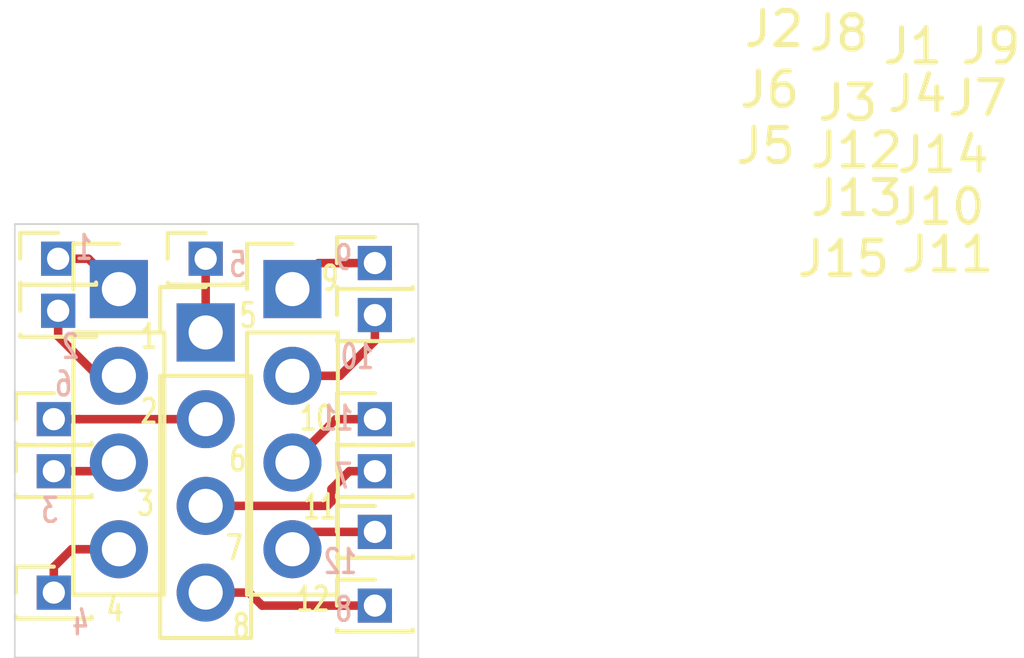
<source format=kicad_pcb>
(kicad_pcb (version 20171130) (host pcbnew "(5.1.5)-3")

  (general
    (thickness 1.6)
    (drawings 28)
    (tracks 32)
    (zones 0)
    (modules 15)
    (nets 13)
  )

  (page A4)
  (layers
    (0 F.Cu signal)
    (31 B.Cu signal)
    (32 B.Adhes user)
    (33 F.Adhes user)
    (34 B.Paste user)
    (35 F.Paste user)
    (36 B.SilkS user)
    (37 F.SilkS user)
    (38 B.Mask user)
    (39 F.Mask user)
    (40 Dwgs.User user)
    (41 Cmts.User user)
    (42 Eco1.User user)
    (43 Eco2.User user)
    (44 Edge.Cuts user)
    (45 Margin user)
    (46 B.CrtYd user)
    (47 F.CrtYd user)
    (48 B.Fab user)
    (49 F.Fab user hide)
  )

  (setup
    (last_trace_width 0.25)
    (trace_clearance 0.2)
    (zone_clearance 0.508)
    (zone_45_only no)
    (trace_min 0.2)
    (via_size 0.8)
    (via_drill 0.4)
    (via_min_size 0.4)
    (via_min_drill 0.3)
    (uvia_size 0.3)
    (uvia_drill 0.1)
    (uvias_allowed no)
    (uvia_min_size 0.2)
    (uvia_min_drill 0.1)
    (edge_width 0.05)
    (segment_width 0.2)
    (pcb_text_width 0.3)
    (pcb_text_size 1.5 1.5)
    (mod_edge_width 0.12)
    (mod_text_size 1 1)
    (mod_text_width 0.15)
    (pad_size 1.524 1.524)
    (pad_drill 0.762)
    (pad_to_mask_clearance 0.051)
    (solder_mask_min_width 0.25)
    (aux_axis_origin 0 0)
    (visible_elements 7FFFFFFF)
    (pcbplotparams
      (layerselection 0x010fc_ffffffff)
      (usegerberextensions false)
      (usegerberattributes false)
      (usegerberadvancedattributes false)
      (creategerberjobfile false)
      (excludeedgelayer true)
      (linewidth 0.100000)
      (plotframeref false)
      (viasonmask false)
      (mode 1)
      (useauxorigin false)
      (hpglpennumber 1)
      (hpglpenspeed 20)
      (hpglpendiameter 15.000000)
      (psnegative false)
      (psa4output false)
      (plotreference true)
      (plotvalue true)
      (plotinvisibletext false)
      (padsonsilk false)
      (subtractmaskfromsilk false)
      (outputformat 1)
      (mirror false)
      (drillshape 0)
      (scaleselection 1)
      (outputdirectory "GRB_R01/"))
  )

  (net 0 "")
  (net 1 "Net-(J1-Pad4)")
  (net 2 "Net-(J1-Pad3)")
  (net 3 "Net-(J1-Pad2)")
  (net 4 "Net-(J1-Pad1)")
  (net 5 "Net-(J11-Pad1)")
  (net 6 "Net-(J10-Pad1)")
  (net 7 "Net-(J2-Pad2)")
  (net 8 "Net-(J2-Pad1)")
  (net 9 "Net-(J15-Pad1)")
  (net 10 "Net-(J14-Pad1)")
  (net 11 "Net-(J13-Pad1)")
  (net 12 "Net-(J12-Pad1)")

  (net_class Default "This is the default net class."
    (clearance 0.2)
    (trace_width 0.25)
    (via_dia 0.8)
    (via_drill 0.4)
    (uvia_dia 0.3)
    (uvia_drill 0.1)
    (add_net "Net-(J1-Pad1)")
    (add_net "Net-(J1-Pad2)")
    (add_net "Net-(J1-Pad3)")
    (add_net "Net-(J1-Pad4)")
    (add_net "Net-(J10-Pad1)")
    (add_net "Net-(J11-Pad1)")
    (add_net "Net-(J12-Pad1)")
    (add_net "Net-(J13-Pad1)")
    (add_net "Net-(J14-Pad1)")
    (add_net "Net-(J15-Pad1)")
    (add_net "Net-(J2-Pad1)")
    (add_net "Net-(J2-Pad2)")
  )

  (module Connector_PinHeader_1.27mm:PinHeader_1x01_P1.27mm_Vertical (layer F.Cu) (tedit 59FED6E3) (tstamp 613C9CF9)
    (at 132.842 82.931)
    (descr "Through hole straight pin header, 1x01, 1.27mm pitch, single row")
    (tags "Through hole pin header THT 1x01 1.27mm single row")
    (path /613C5CCF)
    (fp_text reference J4 (at 25.146 -4.826) (layer F.SilkS)
      (effects (font (size 1 1) (thickness 0.15)))
    )
    (fp_text value Conn_01x01_Male (at 0 1.695) (layer F.Fab)
      (effects (font (size 1 1) (thickness 0.15)))
    )
    (fp_text user %R (at 0 0 90) (layer F.Fab)
      (effects (font (size 1 1) (thickness 0.15)))
    )
    (fp_line (start 1.55 -1.15) (end -1.55 -1.15) (layer F.CrtYd) (width 0.05))
    (fp_line (start 1.55 1.15) (end 1.55 -1.15) (layer F.CrtYd) (width 0.05))
    (fp_line (start -1.55 1.15) (end 1.55 1.15) (layer F.CrtYd) (width 0.05))
    (fp_line (start -1.55 -1.15) (end -1.55 1.15) (layer F.CrtYd) (width 0.05))
    (fp_line (start -1.11 -0.76) (end 0 -0.76) (layer F.SilkS) (width 0.12))
    (fp_line (start -1.11 0) (end -1.11 -0.76) (layer F.SilkS) (width 0.12))
    (fp_line (start 0.563471 0.76) (end 1.11 0.76) (layer F.SilkS) (width 0.12))
    (fp_line (start -1.11 0.76) (end -0.563471 0.76) (layer F.SilkS) (width 0.12))
    (fp_line (start 1.11 0.76) (end 1.11 0.695) (layer F.SilkS) (width 0.12))
    (fp_line (start -1.11 0.76) (end -1.11 0.695) (layer F.SilkS) (width 0.12))
    (fp_line (start -1.11 0.76) (end 1.11 0.76) (layer F.SilkS) (width 0.12))
    (fp_line (start -1.05 -0.11) (end -0.525 -0.635) (layer F.Fab) (width 0.1))
    (fp_line (start -1.05 0.635) (end -1.05 -0.11) (layer F.Fab) (width 0.1))
    (fp_line (start 1.05 0.635) (end -1.05 0.635) (layer F.Fab) (width 0.1))
    (fp_line (start 1.05 -0.635) (end 1.05 0.635) (layer F.Fab) (width 0.1))
    (fp_line (start -0.525 -0.635) (end 1.05 -0.635) (layer F.Fab) (width 0.1))
    (pad 1 thru_hole rect (at 0 0) (size 1 1) (drill 0.65) (layers *.Cu *.Mask)
      (net 4 "Net-(J1-Pad1)"))
    (model ${KISYS3DMOD}/Connector_PinHeader_1.27mm.3dshapes/PinHeader_1x01_P1.27mm_Vertical.wrl
      (at (xyz 0 0 0))
      (scale (xyz 1 1 1))
      (rotate (xyz 0 0 0))
    )
  )

  (module Connector_PinHeader_1.27mm:PinHeader_1x01_P1.27mm_Vertical (layer F.Cu) (tedit 59FED6E3) (tstamp 613C9505)
    (at 142.113 90.932)
    (descr "Through hole straight pin header, 1x01, 1.27mm pitch, single row")
    (tags "Through hole pin header THT 1x01 1.27mm single row")
    (path /613CE2CF)
    (fp_text reference J15 (at 13.716 -8.001) (layer F.SilkS)
      (effects (font (size 1 1) (thickness 0.15)))
    )
    (fp_text value Conn_01x01_Male (at 0 1.695) (layer F.Fab)
      (effects (font (size 1 1) (thickness 0.15)))
    )
    (fp_text user %R (at 0 0 90) (layer F.Fab)
      (effects (font (size 1 1) (thickness 0.15)))
    )
    (fp_line (start 1.55 -1.15) (end -1.55 -1.15) (layer F.CrtYd) (width 0.05))
    (fp_line (start 1.55 1.15) (end 1.55 -1.15) (layer F.CrtYd) (width 0.05))
    (fp_line (start -1.55 1.15) (end 1.55 1.15) (layer F.CrtYd) (width 0.05))
    (fp_line (start -1.55 -1.15) (end -1.55 1.15) (layer F.CrtYd) (width 0.05))
    (fp_line (start -1.11 -0.76) (end 0 -0.76) (layer F.SilkS) (width 0.12))
    (fp_line (start -1.11 0) (end -1.11 -0.76) (layer F.SilkS) (width 0.12))
    (fp_line (start 0.563471 0.76) (end 1.11 0.76) (layer F.SilkS) (width 0.12))
    (fp_line (start -1.11 0.76) (end -0.563471 0.76) (layer F.SilkS) (width 0.12))
    (fp_line (start 1.11 0.76) (end 1.11 0.695) (layer F.SilkS) (width 0.12))
    (fp_line (start -1.11 0.76) (end -1.11 0.695) (layer F.SilkS) (width 0.12))
    (fp_line (start -1.11 0.76) (end 1.11 0.76) (layer F.SilkS) (width 0.12))
    (fp_line (start -1.05 -0.11) (end -0.525 -0.635) (layer F.Fab) (width 0.1))
    (fp_line (start -1.05 0.635) (end -1.05 -0.11) (layer F.Fab) (width 0.1))
    (fp_line (start 1.05 0.635) (end -1.05 0.635) (layer F.Fab) (width 0.1))
    (fp_line (start 1.05 -0.635) (end 1.05 0.635) (layer F.Fab) (width 0.1))
    (fp_line (start -0.525 -0.635) (end 1.05 -0.635) (layer F.Fab) (width 0.1))
    (pad 1 thru_hole rect (at 0 0) (size 1 1) (drill 0.65) (layers *.Cu *.Mask)
      (net 9 "Net-(J15-Pad1)"))
    (model ${KISYS3DMOD}/Connector_PinHeader_1.27mm.3dshapes/PinHeader_1x01_P1.27mm_Vertical.wrl
      (at (xyz 0 0 0))
      (scale (xyz 1 1 1))
      (rotate (xyz 0 0 0))
    )
  )

  (module Connector_PinHeader_1.27mm:PinHeader_1x01_P1.27mm_Vertical (layer F.Cu) (tedit 59FED6E3) (tstamp 613C94EF)
    (at 142.113 87.63)
    (descr "Through hole straight pin header, 1x01, 1.27mm pitch, single row")
    (tags "Through hole pin header THT 1x01 1.27mm single row")
    (path /613CE2C9)
    (fp_text reference J14 (at 16.637 -7.747) (layer F.SilkS)
      (effects (font (size 1 1) (thickness 0.15)))
    )
    (fp_text value Conn_01x01_Male (at 0 1.695) (layer F.Fab)
      (effects (font (size 1 1) (thickness 0.15)))
    )
    (fp_text user %R (at 0 0 90) (layer F.Fab)
      (effects (font (size 1 1) (thickness 0.15)))
    )
    (fp_line (start 1.55 -1.15) (end -1.55 -1.15) (layer F.CrtYd) (width 0.05))
    (fp_line (start 1.55 1.15) (end 1.55 -1.15) (layer F.CrtYd) (width 0.05))
    (fp_line (start -1.55 1.15) (end 1.55 1.15) (layer F.CrtYd) (width 0.05))
    (fp_line (start -1.55 -1.15) (end -1.55 1.15) (layer F.CrtYd) (width 0.05))
    (fp_line (start -1.11 -0.76) (end 0 -0.76) (layer F.SilkS) (width 0.12))
    (fp_line (start -1.11 0) (end -1.11 -0.76) (layer F.SilkS) (width 0.12))
    (fp_line (start 0.563471 0.76) (end 1.11 0.76) (layer F.SilkS) (width 0.12))
    (fp_line (start -1.11 0.76) (end -0.563471 0.76) (layer F.SilkS) (width 0.12))
    (fp_line (start 1.11 0.76) (end 1.11 0.695) (layer F.SilkS) (width 0.12))
    (fp_line (start -1.11 0.76) (end -1.11 0.695) (layer F.SilkS) (width 0.12))
    (fp_line (start -1.11 0.76) (end 1.11 0.76) (layer F.SilkS) (width 0.12))
    (fp_line (start -1.05 -0.11) (end -0.525 -0.635) (layer F.Fab) (width 0.1))
    (fp_line (start -1.05 0.635) (end -1.05 -0.11) (layer F.Fab) (width 0.1))
    (fp_line (start 1.05 0.635) (end -1.05 0.635) (layer F.Fab) (width 0.1))
    (fp_line (start 1.05 -0.635) (end 1.05 0.635) (layer F.Fab) (width 0.1))
    (fp_line (start -0.525 -0.635) (end 1.05 -0.635) (layer F.Fab) (width 0.1))
    (pad 1 thru_hole rect (at 0 0) (size 1 1) (drill 0.65) (layers *.Cu *.Mask)
      (net 10 "Net-(J14-Pad1)"))
    (model ${KISYS3DMOD}/Connector_PinHeader_1.27mm.3dshapes/PinHeader_1x01_P1.27mm_Vertical.wrl
      (at (xyz 0 0 0))
      (scale (xyz 1 1 1))
      (rotate (xyz 0 0 0))
    )
  )

  (module Connector_PinHeader_1.27mm:PinHeader_1x01_P1.27mm_Vertical (layer F.Cu) (tedit 59FED6E3) (tstamp 613C94D9)
    (at 142.113 84.582)
    (descr "Through hole straight pin header, 1x01, 1.27mm pitch, single row")
    (tags "Through hole pin header THT 1x01 1.27mm single row")
    (path /613CE2C3)
    (fp_text reference J13 (at 14.097 -3.429) (layer F.SilkS)
      (effects (font (size 1 1) (thickness 0.15)))
    )
    (fp_text value Conn_01x01_Male (at 20.193 16.002) (layer F.Fab)
      (effects (font (size 1 1) (thickness 0.15)))
    )
    (fp_text user %R (at 0 0 90) (layer F.Fab)
      (effects (font (size 1 1) (thickness 0.15)))
    )
    (fp_line (start 1.55 -1.15) (end -1.55 -1.15) (layer F.CrtYd) (width 0.05))
    (fp_line (start 1.55 1.15) (end 1.55 -1.15) (layer F.CrtYd) (width 0.05))
    (fp_line (start -1.55 1.15) (end 1.55 1.15) (layer F.CrtYd) (width 0.05))
    (fp_line (start -1.55 -1.15) (end -1.55 1.15) (layer F.CrtYd) (width 0.05))
    (fp_line (start -1.11 -0.76) (end 0 -0.76) (layer F.SilkS) (width 0.12))
    (fp_line (start -1.11 0) (end -1.11 -0.76) (layer F.SilkS) (width 0.12))
    (fp_line (start 0.563471 0.76) (end 1.11 0.76) (layer F.SilkS) (width 0.12))
    (fp_line (start -1.11 0.76) (end -0.563471 0.76) (layer F.SilkS) (width 0.12))
    (fp_line (start 1.11 0.76) (end 1.11 0.695) (layer F.SilkS) (width 0.12))
    (fp_line (start -1.11 0.76) (end -1.11 0.695) (layer F.SilkS) (width 0.12))
    (fp_line (start -1.11 0.76) (end 1.11 0.76) (layer F.SilkS) (width 0.12))
    (fp_line (start -1.05 -0.11) (end -0.525 -0.635) (layer F.Fab) (width 0.1))
    (fp_line (start -1.05 0.635) (end -1.05 -0.11) (layer F.Fab) (width 0.1))
    (fp_line (start 1.05 0.635) (end -1.05 0.635) (layer F.Fab) (width 0.1))
    (fp_line (start 1.05 -0.635) (end 1.05 0.635) (layer F.Fab) (width 0.1))
    (fp_line (start -0.525 -0.635) (end 1.05 -0.635) (layer F.Fab) (width 0.1))
    (pad 1 thru_hole rect (at 0 0) (size 1 1) (drill 0.65) (layers *.Cu *.Mask)
      (net 11 "Net-(J13-Pad1)"))
    (model ${KISYS3DMOD}/Connector_PinHeader_1.27mm.3dshapes/PinHeader_1x01_P1.27mm_Vertical.wrl
      (at (xyz 0 0 0))
      (scale (xyz 1 1 1))
      (rotate (xyz 0 0 0))
    )
  )

  (module Connector_PinHeader_1.27mm:PinHeader_1x01_P1.27mm_Vertical (layer F.Cu) (tedit 59FED6E3) (tstamp 613C94C3)
    (at 142.113 83.058)
    (descr "Through hole straight pin header, 1x01, 1.27mm pitch, single row")
    (tags "Through hole pin header THT 1x01 1.27mm single row")
    (path /613CE2BD)
    (fp_text reference J12 (at 14.097 -3.302) (layer F.SilkS)
      (effects (font (size 1 1) (thickness 0.15)))
    )
    (fp_text value Conn_01x01_Male (at 20.193 15.494) (layer F.Fab)
      (effects (font (size 1 1) (thickness 0.15)))
    )
    (fp_text user %R (at 0 0 90) (layer F.Fab)
      (effects (font (size 1 1) (thickness 0.15)))
    )
    (fp_line (start 1.55 -1.15) (end -1.55 -1.15) (layer F.CrtYd) (width 0.05))
    (fp_line (start 1.55 1.15) (end 1.55 -1.15) (layer F.CrtYd) (width 0.05))
    (fp_line (start -1.55 1.15) (end 1.55 1.15) (layer F.CrtYd) (width 0.05))
    (fp_line (start -1.55 -1.15) (end -1.55 1.15) (layer F.CrtYd) (width 0.05))
    (fp_line (start -1.11 -0.76) (end 0 -0.76) (layer F.SilkS) (width 0.12))
    (fp_line (start -1.11 0) (end -1.11 -0.76) (layer F.SilkS) (width 0.12))
    (fp_line (start 0.563471 0.76) (end 1.11 0.76) (layer F.SilkS) (width 0.12))
    (fp_line (start -1.11 0.76) (end -0.563471 0.76) (layer F.SilkS) (width 0.12))
    (fp_line (start 1.11 0.76) (end 1.11 0.695) (layer F.SilkS) (width 0.12))
    (fp_line (start -1.11 0.76) (end -1.11 0.695) (layer F.SilkS) (width 0.12))
    (fp_line (start -1.11 0.76) (end 1.11 0.76) (layer F.SilkS) (width 0.12))
    (fp_line (start -1.05 -0.11) (end -0.525 -0.635) (layer F.Fab) (width 0.1))
    (fp_line (start -1.05 0.635) (end -1.05 -0.11) (layer F.Fab) (width 0.1))
    (fp_line (start 1.05 0.635) (end -1.05 0.635) (layer F.Fab) (width 0.1))
    (fp_line (start 1.05 -0.635) (end 1.05 0.635) (layer F.Fab) (width 0.1))
    (fp_line (start -0.525 -0.635) (end 1.05 -0.635) (layer F.Fab) (width 0.1))
    (pad 1 thru_hole rect (at 0 0) (size 1 1) (drill 0.65) (layers *.Cu *.Mask)
      (net 12 "Net-(J12-Pad1)"))
    (model ${KISYS3DMOD}/Connector_PinHeader_1.27mm.3dshapes/PinHeader_1x01_P1.27mm_Vertical.wrl
      (at (xyz 0 0 0))
      (scale (xyz 1 1 1))
      (rotate (xyz 0 0 0))
    )
  )

  (module Connector_PinHeader_1.27mm:PinHeader_1x01_P1.27mm_Vertical (layer F.Cu) (tedit 59FED6E3) (tstamp 613C99FD)
    (at 142.113 93.091)
    (descr "Through hole straight pin header, 1x01, 1.27mm pitch, single row")
    (tags "Through hole pin header THT 1x01 1.27mm single row")
    (path /613CD953)
    (fp_text reference J11 (at 16.764 -10.287) (layer F.SilkS)
      (effects (font (size 1 1) (thickness 0.15)))
    )
    (fp_text value Conn_01x01_Male (at 0 1.695) (layer F.Fab)
      (effects (font (size 1 1) (thickness 0.15)))
    )
    (fp_text user %R (at 0 0 90) (layer F.Fab)
      (effects (font (size 1 1) (thickness 0.15)))
    )
    (fp_line (start 1.55 -1.15) (end -1.55 -1.15) (layer F.CrtYd) (width 0.05))
    (fp_line (start 1.55 1.15) (end 1.55 -1.15) (layer F.CrtYd) (width 0.05))
    (fp_line (start -1.55 1.15) (end 1.55 1.15) (layer F.CrtYd) (width 0.05))
    (fp_line (start -1.55 -1.15) (end -1.55 1.15) (layer F.CrtYd) (width 0.05))
    (fp_line (start -1.11 -0.76) (end 0 -0.76) (layer F.SilkS) (width 0.12))
    (fp_line (start -1.11 0) (end -1.11 -0.76) (layer F.SilkS) (width 0.12))
    (fp_line (start 0.563471 0.76) (end 1.11 0.76) (layer F.SilkS) (width 0.12))
    (fp_line (start -1.11 0.76) (end -0.563471 0.76) (layer F.SilkS) (width 0.12))
    (fp_line (start 1.11 0.76) (end 1.11 0.695) (layer F.SilkS) (width 0.12))
    (fp_line (start -1.11 0.76) (end -1.11 0.695) (layer F.SilkS) (width 0.12))
    (fp_line (start -1.11 0.76) (end 1.11 0.76) (layer F.SilkS) (width 0.12))
    (fp_line (start -1.05 -0.11) (end -0.525 -0.635) (layer F.Fab) (width 0.1))
    (fp_line (start -1.05 0.635) (end -1.05 -0.11) (layer F.Fab) (width 0.1))
    (fp_line (start 1.05 0.635) (end -1.05 0.635) (layer F.Fab) (width 0.1))
    (fp_line (start 1.05 -0.635) (end 1.05 0.635) (layer F.Fab) (width 0.1))
    (fp_line (start -0.525 -0.635) (end 1.05 -0.635) (layer F.Fab) (width 0.1))
    (pad 1 thru_hole rect (at 0 0) (size 1 1) (drill 0.65) (layers *.Cu *.Mask)
      (net 5 "Net-(J11-Pad1)"))
    (model ${KISYS3DMOD}/Connector_PinHeader_1.27mm.3dshapes/PinHeader_1x01_P1.27mm_Vertical.wrl
      (at (xyz 0 0 0))
      (scale (xyz 1 1 1))
      (rotate (xyz 0 0 0))
    )
  )

  (module Connector_PinHeader_1.27mm:PinHeader_1x01_P1.27mm_Vertical (layer F.Cu) (tedit 59FED6E3) (tstamp 613C9497)
    (at 142.113 89.154)
    (descr "Through hole straight pin header, 1x01, 1.27mm pitch, single row")
    (tags "Through hole pin header THT 1x01 1.27mm single row")
    (path /613CD94D)
    (fp_text reference J10 (at 16.51 -7.747) (layer F.SilkS)
      (effects (font (size 1 1) (thickness 0.15)))
    )
    (fp_text value Conn_01x01_Male (at 0 1.695) (layer F.Fab)
      (effects (font (size 1 1) (thickness 0.15)))
    )
    (fp_text user %R (at 0 0 90) (layer F.Fab)
      (effects (font (size 1 1) (thickness 0.15)))
    )
    (fp_line (start 1.55 -1.15) (end -1.55 -1.15) (layer F.CrtYd) (width 0.05))
    (fp_line (start 1.55 1.15) (end 1.55 -1.15) (layer F.CrtYd) (width 0.05))
    (fp_line (start -1.55 1.15) (end 1.55 1.15) (layer F.CrtYd) (width 0.05))
    (fp_line (start -1.55 -1.15) (end -1.55 1.15) (layer F.CrtYd) (width 0.05))
    (fp_line (start -1.11 -0.76) (end 0 -0.76) (layer F.SilkS) (width 0.12))
    (fp_line (start -1.11 0) (end -1.11 -0.76) (layer F.SilkS) (width 0.12))
    (fp_line (start 0.563471 0.76) (end 1.11 0.76) (layer F.SilkS) (width 0.12))
    (fp_line (start -1.11 0.76) (end -0.563471 0.76) (layer F.SilkS) (width 0.12))
    (fp_line (start 1.11 0.76) (end 1.11 0.695) (layer F.SilkS) (width 0.12))
    (fp_line (start -1.11 0.76) (end -1.11 0.695) (layer F.SilkS) (width 0.12))
    (fp_line (start -1.11 0.76) (end 1.11 0.76) (layer F.SilkS) (width 0.12))
    (fp_line (start -1.05 -0.11) (end -0.525 -0.635) (layer F.Fab) (width 0.1))
    (fp_line (start -1.05 0.635) (end -1.05 -0.11) (layer F.Fab) (width 0.1))
    (fp_line (start 1.05 0.635) (end -1.05 0.635) (layer F.Fab) (width 0.1))
    (fp_line (start 1.05 -0.635) (end 1.05 0.635) (layer F.Fab) (width 0.1))
    (fp_line (start -0.525 -0.635) (end 1.05 -0.635) (layer F.Fab) (width 0.1))
    (pad 1 thru_hole rect (at 0 0) (size 1 1) (drill 0.65) (layers *.Cu *.Mask)
      (net 6 "Net-(J10-Pad1)"))
    (model ${KISYS3DMOD}/Connector_PinHeader_1.27mm.3dshapes/PinHeader_1x01_P1.27mm_Vertical.wrl
      (at (xyz 0 0 0))
      (scale (xyz 1 1 1))
      (rotate (xyz 0 0 0))
    )
  )

  (module Connector_PinHeader_1.27mm:PinHeader_1x01_P1.27mm_Vertical (layer F.Cu) (tedit 59FED6E3) (tstamp 613C9481)
    (at 132.715 87.63)
    (descr "Through hole straight pin header, 1x01, 1.27mm pitch, single row")
    (tags "Through hole pin header THT 1x01 1.27mm single row")
    (path /613CD947)
    (fp_text reference J9 (at 27.432 -10.922) (layer F.SilkS)
      (effects (font (size 1 1) (thickness 0.15)))
    )
    (fp_text value Conn_01x01_Male (at 0 1.695) (layer F.Fab)
      (effects (font (size 1 1) (thickness 0.15)))
    )
    (fp_text user %R (at 0 0 90) (layer F.Fab)
      (effects (font (size 1 1) (thickness 0.15)))
    )
    (fp_line (start 1.55 -1.15) (end -1.55 -1.15) (layer F.CrtYd) (width 0.05))
    (fp_line (start 1.55 1.15) (end 1.55 -1.15) (layer F.CrtYd) (width 0.05))
    (fp_line (start -1.55 1.15) (end 1.55 1.15) (layer F.CrtYd) (width 0.05))
    (fp_line (start -1.55 -1.15) (end -1.55 1.15) (layer F.CrtYd) (width 0.05))
    (fp_line (start -1.11 -0.76) (end 0 -0.76) (layer F.SilkS) (width 0.12))
    (fp_line (start -1.11 0) (end -1.11 -0.76) (layer F.SilkS) (width 0.12))
    (fp_line (start 0.563471 0.76) (end 1.11 0.76) (layer F.SilkS) (width 0.12))
    (fp_line (start -1.11 0.76) (end -0.563471 0.76) (layer F.SilkS) (width 0.12))
    (fp_line (start 1.11 0.76) (end 1.11 0.695) (layer F.SilkS) (width 0.12))
    (fp_line (start -1.11 0.76) (end -1.11 0.695) (layer F.SilkS) (width 0.12))
    (fp_line (start -1.11 0.76) (end 1.11 0.76) (layer F.SilkS) (width 0.12))
    (fp_line (start -1.05 -0.11) (end -0.525 -0.635) (layer F.Fab) (width 0.1))
    (fp_line (start -1.05 0.635) (end -1.05 -0.11) (layer F.Fab) (width 0.1))
    (fp_line (start 1.05 0.635) (end -1.05 0.635) (layer F.Fab) (width 0.1))
    (fp_line (start 1.05 -0.635) (end 1.05 0.635) (layer F.Fab) (width 0.1))
    (fp_line (start -0.525 -0.635) (end 1.05 -0.635) (layer F.Fab) (width 0.1))
    (pad 1 thru_hole rect (at 0 0) (size 1 1) (drill 0.65) (layers *.Cu *.Mask)
      (net 7 "Net-(J2-Pad2)"))
    (model ${KISYS3DMOD}/Connector_PinHeader_1.27mm.3dshapes/PinHeader_1x01_P1.27mm_Vertical.wrl
      (at (xyz 0 0 0))
      (scale (xyz 1 1 1))
      (rotate (xyz 0 0 0))
    )
  )

  (module Connector_PinHeader_1.27mm:PinHeader_1x01_P1.27mm_Vertical (layer F.Cu) (tedit 59FED6E3) (tstamp 613C946B)
    (at 137.16 82.931)
    (descr "Through hole straight pin header, 1x01, 1.27mm pitch, single row")
    (tags "Through hole pin header THT 1x01 1.27mm single row")
    (path /613CD941)
    (fp_text reference J8 (at 18.542 -6.604) (layer F.SilkS)
      (effects (font (size 1 1) (thickness 0.15)))
    )
    (fp_text value Conn_01x01_Male (at 0 1.695) (layer F.Fab)
      (effects (font (size 1 1) (thickness 0.15)))
    )
    (fp_text user %R (at 0 0 90) (layer F.Fab)
      (effects (font (size 1 1) (thickness 0.15)))
    )
    (fp_line (start 1.55 -1.15) (end -1.55 -1.15) (layer F.CrtYd) (width 0.05))
    (fp_line (start 1.55 1.15) (end 1.55 -1.15) (layer F.CrtYd) (width 0.05))
    (fp_line (start -1.55 1.15) (end 1.55 1.15) (layer F.CrtYd) (width 0.05))
    (fp_line (start -1.55 -1.15) (end -1.55 1.15) (layer F.CrtYd) (width 0.05))
    (fp_line (start -1.11 -0.76) (end 0 -0.76) (layer F.SilkS) (width 0.12))
    (fp_line (start -1.11 0) (end -1.11 -0.76) (layer F.SilkS) (width 0.12))
    (fp_line (start 0.563471 0.76) (end 1.11 0.76) (layer F.SilkS) (width 0.12))
    (fp_line (start -1.11 0.76) (end -0.563471 0.76) (layer F.SilkS) (width 0.12))
    (fp_line (start 1.11 0.76) (end 1.11 0.695) (layer F.SilkS) (width 0.12))
    (fp_line (start -1.11 0.76) (end -1.11 0.695) (layer F.SilkS) (width 0.12))
    (fp_line (start -1.11 0.76) (end 1.11 0.76) (layer F.SilkS) (width 0.12))
    (fp_line (start -1.05 -0.11) (end -0.525 -0.635) (layer F.Fab) (width 0.1))
    (fp_line (start -1.05 0.635) (end -1.05 -0.11) (layer F.Fab) (width 0.1))
    (fp_line (start 1.05 0.635) (end -1.05 0.635) (layer F.Fab) (width 0.1))
    (fp_line (start 1.05 -0.635) (end 1.05 0.635) (layer F.Fab) (width 0.1))
    (fp_line (start -0.525 -0.635) (end 1.05 -0.635) (layer F.Fab) (width 0.1))
    (pad 1 thru_hole rect (at 0 0) (size 1 1) (drill 0.65) (layers *.Cu *.Mask)
      (net 8 "Net-(J2-Pad1)"))
    (model ${KISYS3DMOD}/Connector_PinHeader_1.27mm.3dshapes/PinHeader_1x01_P1.27mm_Vertical.wrl
      (at (xyz 0 0 0))
      (scale (xyz 1 1 1))
      (rotate (xyz 0 0 0))
    )
  )

  (module Connector_PinHeader_1.27mm:PinHeader_1x01_P1.27mm_Vertical (layer F.Cu) (tedit 59FED6E3) (tstamp 613C9455)
    (at 132.715 92.71)
    (descr "Through hole straight pin header, 1x01, 1.27mm pitch, single row")
    (tags "Through hole pin header THT 1x01 1.27mm single row")
    (path /613CD19F)
    (fp_text reference J7 (at 27.051 -14.478) (layer F.SilkS)
      (effects (font (size 1 1) (thickness 0.15)))
    )
    (fp_text value Conn_01x01_Male (at 0 1.695) (layer F.Fab)
      (effects (font (size 1 1) (thickness 0.15)))
    )
    (fp_text user %R (at 0 0 90) (layer F.Fab)
      (effects (font (size 1 1) (thickness 0.15)))
    )
    (fp_line (start 1.55 -1.15) (end -1.55 -1.15) (layer F.CrtYd) (width 0.05))
    (fp_line (start 1.55 1.15) (end 1.55 -1.15) (layer F.CrtYd) (width 0.05))
    (fp_line (start -1.55 1.15) (end 1.55 1.15) (layer F.CrtYd) (width 0.05))
    (fp_line (start -1.55 -1.15) (end -1.55 1.15) (layer F.CrtYd) (width 0.05))
    (fp_line (start -1.11 -0.76) (end 0 -0.76) (layer F.SilkS) (width 0.12))
    (fp_line (start -1.11 0) (end -1.11 -0.76) (layer F.SilkS) (width 0.12))
    (fp_line (start 0.563471 0.76) (end 1.11 0.76) (layer F.SilkS) (width 0.12))
    (fp_line (start -1.11 0.76) (end -0.563471 0.76) (layer F.SilkS) (width 0.12))
    (fp_line (start 1.11 0.76) (end 1.11 0.695) (layer F.SilkS) (width 0.12))
    (fp_line (start -1.11 0.76) (end -1.11 0.695) (layer F.SilkS) (width 0.12))
    (fp_line (start -1.11 0.76) (end 1.11 0.76) (layer F.SilkS) (width 0.12))
    (fp_line (start -1.05 -0.11) (end -0.525 -0.635) (layer F.Fab) (width 0.1))
    (fp_line (start -1.05 0.635) (end -1.05 -0.11) (layer F.Fab) (width 0.1))
    (fp_line (start 1.05 0.635) (end -1.05 0.635) (layer F.Fab) (width 0.1))
    (fp_line (start 1.05 -0.635) (end 1.05 0.635) (layer F.Fab) (width 0.1))
    (fp_line (start -0.525 -0.635) (end 1.05 -0.635) (layer F.Fab) (width 0.1))
    (pad 1 thru_hole rect (at 0 0) (size 1 1) (drill 0.65) (layers *.Cu *.Mask)
      (net 1 "Net-(J1-Pad4)"))
    (model ${KISYS3DMOD}/Connector_PinHeader_1.27mm.3dshapes/PinHeader_1x01_P1.27mm_Vertical.wrl
      (at (xyz 0 0 0))
      (scale (xyz 1 1 1))
      (rotate (xyz 0 0 0))
    )
  )

  (module Connector_PinHeader_1.27mm:PinHeader_1x01_P1.27mm_Vertical (layer F.Cu) (tedit 59FED6E3) (tstamp 613C943F)
    (at 132.715 89.154)
    (descr "Through hole straight pin header, 1x01, 1.27mm pitch, single row")
    (tags "Through hole pin header THT 1x01 1.27mm single row")
    (path /613CCFED)
    (fp_text reference J6 (at 20.955 -11.176) (layer F.SilkS)
      (effects (font (size 1 1) (thickness 0.15)))
    )
    (fp_text value Conn_01x01_Male (at 0 1.695) (layer F.Fab)
      (effects (font (size 1 1) (thickness 0.15)))
    )
    (fp_text user %R (at 0 0 90) (layer F.Fab)
      (effects (font (size 1 1) (thickness 0.15)))
    )
    (fp_line (start 1.55 -1.15) (end -1.55 -1.15) (layer F.CrtYd) (width 0.05))
    (fp_line (start 1.55 1.15) (end 1.55 -1.15) (layer F.CrtYd) (width 0.05))
    (fp_line (start -1.55 1.15) (end 1.55 1.15) (layer F.CrtYd) (width 0.05))
    (fp_line (start -1.55 -1.15) (end -1.55 1.15) (layer F.CrtYd) (width 0.05))
    (fp_line (start -1.11 -0.76) (end 0 -0.76) (layer F.SilkS) (width 0.12))
    (fp_line (start -1.11 0) (end -1.11 -0.76) (layer F.SilkS) (width 0.12))
    (fp_line (start 0.563471 0.76) (end 1.11 0.76) (layer F.SilkS) (width 0.12))
    (fp_line (start -1.11 0.76) (end -0.563471 0.76) (layer F.SilkS) (width 0.12))
    (fp_line (start 1.11 0.76) (end 1.11 0.695) (layer F.SilkS) (width 0.12))
    (fp_line (start -1.11 0.76) (end -1.11 0.695) (layer F.SilkS) (width 0.12))
    (fp_line (start -1.11 0.76) (end 1.11 0.76) (layer F.SilkS) (width 0.12))
    (fp_line (start -1.05 -0.11) (end -0.525 -0.635) (layer F.Fab) (width 0.1))
    (fp_line (start -1.05 0.635) (end -1.05 -0.11) (layer F.Fab) (width 0.1))
    (fp_line (start 1.05 0.635) (end -1.05 0.635) (layer F.Fab) (width 0.1))
    (fp_line (start 1.05 -0.635) (end 1.05 0.635) (layer F.Fab) (width 0.1))
    (fp_line (start -0.525 -0.635) (end 1.05 -0.635) (layer F.Fab) (width 0.1))
    (pad 1 thru_hole rect (at 0 0) (size 1 1) (drill 0.65) (layers *.Cu *.Mask)
      (net 2 "Net-(J1-Pad3)"))
    (model ${KISYS3DMOD}/Connector_PinHeader_1.27mm.3dshapes/PinHeader_1x01_P1.27mm_Vertical.wrl
      (at (xyz 0 0 0))
      (scale (xyz 1 1 1))
      (rotate (xyz 0 0 0))
    )
  )

  (module Connector_PinHeader_1.27mm:PinHeader_1x01_P1.27mm_Vertical (layer F.Cu) (tedit 59FED6E3) (tstamp 613C9429)
    (at 132.842 84.455)
    (descr "Through hole straight pin header, 1x01, 1.27mm pitch, single row")
    (tags "Through hole pin header THT 1x01 1.27mm single row")
    (path /613CCCA7)
    (fp_text reference J5 (at 20.701 -4.826) (layer F.SilkS)
      (effects (font (size 1 1) (thickness 0.15)))
    )
    (fp_text value Conn_01x01_Male (at 0 1.695) (layer F.Fab)
      (effects (font (size 1 1) (thickness 0.15)))
    )
    (fp_text user %R (at 0 0 90) (layer F.Fab)
      (effects (font (size 1 1) (thickness 0.15)))
    )
    (fp_line (start 1.55 -1.15) (end -1.55 -1.15) (layer F.CrtYd) (width 0.05))
    (fp_line (start 1.55 1.15) (end 1.55 -1.15) (layer F.CrtYd) (width 0.05))
    (fp_line (start -1.55 1.15) (end 1.55 1.15) (layer F.CrtYd) (width 0.05))
    (fp_line (start -1.55 -1.15) (end -1.55 1.15) (layer F.CrtYd) (width 0.05))
    (fp_line (start -1.11 -0.76) (end 0 -0.76) (layer F.SilkS) (width 0.12))
    (fp_line (start -1.11 0) (end -1.11 -0.76) (layer F.SilkS) (width 0.12))
    (fp_line (start 0.563471 0.76) (end 1.11 0.76) (layer F.SilkS) (width 0.12))
    (fp_line (start -1.11 0.76) (end -0.563471 0.76) (layer F.SilkS) (width 0.12))
    (fp_line (start 1.11 0.76) (end 1.11 0.695) (layer F.SilkS) (width 0.12))
    (fp_line (start -1.11 0.76) (end -1.11 0.695) (layer F.SilkS) (width 0.12))
    (fp_line (start -1.11 0.76) (end 1.11 0.76) (layer F.SilkS) (width 0.12))
    (fp_line (start -1.05 -0.11) (end -0.525 -0.635) (layer F.Fab) (width 0.1))
    (fp_line (start -1.05 0.635) (end -1.05 -0.11) (layer F.Fab) (width 0.1))
    (fp_line (start 1.05 0.635) (end -1.05 0.635) (layer F.Fab) (width 0.1))
    (fp_line (start 1.05 -0.635) (end 1.05 0.635) (layer F.Fab) (width 0.1))
    (fp_line (start -0.525 -0.635) (end 1.05 -0.635) (layer F.Fab) (width 0.1))
    (pad 1 thru_hole rect (at 0 0) (size 1 1) (drill 0.65) (layers *.Cu *.Mask)
      (net 3 "Net-(J1-Pad2)"))
    (model ${KISYS3DMOD}/Connector_PinHeader_1.27mm.3dshapes/PinHeader_1x01_P1.27mm_Vertical.wrl
      (at (xyz 0 0 0))
      (scale (xyz 1 1 1))
      (rotate (xyz 0 0 0))
    )
  )

  (module Connector_PinHeader_2.54mm:PinHeader_1x04_P2.54mm_Vertical (layer F.Cu) (tedit 59FED5CC) (tstamp 613C93FD)
    (at 139.7 83.82)
    (descr "Through hole straight pin header, 1x04, 2.54mm pitch, single row")
    (tags "Through hole pin header THT 1x04 2.54mm single row")
    (path /613CCA4C)
    (fp_text reference J3 (at 16.256 -5.461) (layer F.SilkS)
      (effects (font (size 1 1) (thickness 0.15)))
    )
    (fp_text value Conn_01x04_Male (at 0 9.95) (layer F.Fab)
      (effects (font (size 1 1) (thickness 0.15)))
    )
    (fp_text user %R (at 0 3.81 90) (layer F.Fab)
      (effects (font (size 1 1) (thickness 0.15)))
    )
    (fp_line (start 1.8 -1.8) (end -1.8 -1.8) (layer F.CrtYd) (width 0.05))
    (fp_line (start 1.8 9.4) (end 1.8 -1.8) (layer F.CrtYd) (width 0.05))
    (fp_line (start -1.8 9.4) (end 1.8 9.4) (layer F.CrtYd) (width 0.05))
    (fp_line (start -1.8 -1.8) (end -1.8 9.4) (layer F.CrtYd) (width 0.05))
    (fp_line (start -1.33 -1.33) (end 0 -1.33) (layer F.SilkS) (width 0.12))
    (fp_line (start -1.33 0) (end -1.33 -1.33) (layer F.SilkS) (width 0.12))
    (fp_line (start -1.33 1.27) (end 1.33 1.27) (layer F.SilkS) (width 0.12))
    (fp_line (start 1.33 1.27) (end 1.33 8.95) (layer F.SilkS) (width 0.12))
    (fp_line (start -1.33 1.27) (end -1.33 8.95) (layer F.SilkS) (width 0.12))
    (fp_line (start -1.33 8.95) (end 1.33 8.95) (layer F.SilkS) (width 0.12))
    (fp_line (start -1.27 -0.635) (end -0.635 -1.27) (layer F.Fab) (width 0.1))
    (fp_line (start -1.27 8.89) (end -1.27 -0.635) (layer F.Fab) (width 0.1))
    (fp_line (start 1.27 8.89) (end -1.27 8.89) (layer F.Fab) (width 0.1))
    (fp_line (start 1.27 -1.27) (end 1.27 8.89) (layer F.Fab) (width 0.1))
    (fp_line (start -0.635 -1.27) (end 1.27 -1.27) (layer F.Fab) (width 0.1))
    (pad 4 thru_hole oval (at 0 7.62) (size 1.7 1.7) (drill 1) (layers *.Cu *.Mask)
      (net 9 "Net-(J15-Pad1)"))
    (pad 3 thru_hole oval (at 0 5.08) (size 1.7 1.7) (drill 1) (layers *.Cu *.Mask)
      (net 10 "Net-(J14-Pad1)"))
    (pad 2 thru_hole oval (at 0 2.54) (size 1.7 1.7) (drill 1) (layers *.Cu *.Mask)
      (net 11 "Net-(J13-Pad1)"))
    (pad 1 thru_hole rect (at 0 0) (size 1.7 1.7) (drill 1) (layers *.Cu *.Mask)
      (net 12 "Net-(J12-Pad1)"))
    (model ${KISYS3DMOD}/Connector_PinHeader_2.54mm.3dshapes/PinHeader_1x04_P2.54mm_Vertical.wrl
      (at (xyz 0 0 0))
      (scale (xyz 1 1 1))
      (rotate (xyz 0 0 0))
    )
  )

  (module Connector_PinHeader_2.54mm:PinHeader_1x04_P2.54mm_Vertical (layer F.Cu) (tedit 59FED5CC) (tstamp 613C93E5)
    (at 137.16 85.09)
    (descr "Through hole straight pin header, 1x04, 2.54mm pitch, single row")
    (tags "Through hole pin header THT 1x04 2.54mm single row")
    (path /613CC663)
    (fp_text reference J2 (at 16.637 -8.89) (layer F.SilkS)
      (effects (font (size 1 1) (thickness 0.15)))
    )
    (fp_text value Conn_01x04_Male (at 0 9.95) (layer F.Fab)
      (effects (font (size 1 1) (thickness 0.15)))
    )
    (fp_text user %R (at 0 3.81 90) (layer F.Fab)
      (effects (font (size 1 1) (thickness 0.15)))
    )
    (fp_line (start 1.8 -1.8) (end -1.8 -1.8) (layer F.CrtYd) (width 0.05))
    (fp_line (start 1.8 9.4) (end 1.8 -1.8) (layer F.CrtYd) (width 0.05))
    (fp_line (start -1.8 9.4) (end 1.8 9.4) (layer F.CrtYd) (width 0.05))
    (fp_line (start -1.8 -1.8) (end -1.8 9.4) (layer F.CrtYd) (width 0.05))
    (fp_line (start -1.33 -1.33) (end 0 -1.33) (layer F.SilkS) (width 0.12))
    (fp_line (start -1.33 0) (end -1.33 -1.33) (layer F.SilkS) (width 0.12))
    (fp_line (start -1.33 1.27) (end 1.33 1.27) (layer F.SilkS) (width 0.12))
    (fp_line (start 1.33 1.27) (end 1.33 8.95) (layer F.SilkS) (width 0.12))
    (fp_line (start -1.33 1.27) (end -1.33 8.95) (layer F.SilkS) (width 0.12))
    (fp_line (start -1.33 8.95) (end 1.33 8.95) (layer F.SilkS) (width 0.12))
    (fp_line (start -1.27 -0.635) (end -0.635 -1.27) (layer F.Fab) (width 0.1))
    (fp_line (start -1.27 8.89) (end -1.27 -0.635) (layer F.Fab) (width 0.1))
    (fp_line (start 1.27 8.89) (end -1.27 8.89) (layer F.Fab) (width 0.1))
    (fp_line (start 1.27 -1.27) (end 1.27 8.89) (layer F.Fab) (width 0.1))
    (fp_line (start -0.635 -1.27) (end 1.27 -1.27) (layer F.Fab) (width 0.1))
    (pad 4 thru_hole oval (at 0 7.62) (size 1.7 1.7) (drill 1) (layers *.Cu *.Mask)
      (net 5 "Net-(J11-Pad1)"))
    (pad 3 thru_hole oval (at 0 5.08) (size 1.7 1.7) (drill 1) (layers *.Cu *.Mask)
      (net 6 "Net-(J10-Pad1)"))
    (pad 2 thru_hole oval (at 0 2.54) (size 1.7 1.7) (drill 1) (layers *.Cu *.Mask)
      (net 7 "Net-(J2-Pad2)"))
    (pad 1 thru_hole rect (at 0 0) (size 1.7 1.7) (drill 1) (layers *.Cu *.Mask)
      (net 8 "Net-(J2-Pad1)"))
    (model ${KISYS3DMOD}/Connector_PinHeader_2.54mm.3dshapes/PinHeader_1x04_P2.54mm_Vertical.wrl
      (at (xyz 0 0 0))
      (scale (xyz 1 1 1))
      (rotate (xyz 0 0 0))
    )
  )

  (module Connector_PinHeader_2.54mm:PinHeader_1x04_P2.54mm_Vertical (layer F.Cu) (tedit 59FED5CC) (tstamp 613C93CD)
    (at 134.62 83.82)
    (descr "Through hole straight pin header, 1x04, 2.54mm pitch, single row")
    (tags "Through hole pin header THT 1x04 2.54mm single row")
    (path /613C5462)
    (fp_text reference J1 (at 23.241 -7.112) (layer F.SilkS)
      (effects (font (size 1 1) (thickness 0.15)))
    )
    (fp_text value Conn_01x04_Male (at 0 9.95) (layer F.Fab)
      (effects (font (size 1 1) (thickness 0.15)))
    )
    (fp_text user %R (at 0 3.81 90) (layer F.Fab)
      (effects (font (size 1 1) (thickness 0.15)))
    )
    (fp_line (start 1.8 -1.8) (end -1.8 -1.8) (layer F.CrtYd) (width 0.05))
    (fp_line (start 1.8 9.4) (end 1.8 -1.8) (layer F.CrtYd) (width 0.05))
    (fp_line (start -1.8 9.4) (end 1.8 9.4) (layer F.CrtYd) (width 0.05))
    (fp_line (start -1.8 -1.8) (end -1.8 9.4) (layer F.CrtYd) (width 0.05))
    (fp_line (start -1.33 -1.33) (end 0 -1.33) (layer F.SilkS) (width 0.12))
    (fp_line (start -1.33 0) (end -1.33 -1.33) (layer F.SilkS) (width 0.12))
    (fp_line (start -1.33 1.27) (end 1.33 1.27) (layer F.SilkS) (width 0.12))
    (fp_line (start 1.33 1.27) (end 1.33 8.95) (layer F.SilkS) (width 0.12))
    (fp_line (start -1.33 1.27) (end -1.33 8.95) (layer F.SilkS) (width 0.12))
    (fp_line (start -1.33 8.95) (end 1.33 8.95) (layer F.SilkS) (width 0.12))
    (fp_line (start -1.27 -0.635) (end -0.635 -1.27) (layer F.Fab) (width 0.1))
    (fp_line (start -1.27 8.89) (end -1.27 -0.635) (layer F.Fab) (width 0.1))
    (fp_line (start 1.27 8.89) (end -1.27 8.89) (layer F.Fab) (width 0.1))
    (fp_line (start 1.27 -1.27) (end 1.27 8.89) (layer F.Fab) (width 0.1))
    (fp_line (start -0.635 -1.27) (end 1.27 -1.27) (layer F.Fab) (width 0.1))
    (pad 4 thru_hole oval (at 0 7.62) (size 1.7 1.7) (drill 1) (layers *.Cu *.Mask)
      (net 1 "Net-(J1-Pad4)"))
    (pad 3 thru_hole oval (at 0 5.08) (size 1.7 1.7) (drill 1) (layers *.Cu *.Mask)
      (net 2 "Net-(J1-Pad3)"))
    (pad 2 thru_hole oval (at 0 2.54) (size 1.7 1.7) (drill 1) (layers *.Cu *.Mask)
      (net 3 "Net-(J1-Pad2)"))
    (pad 1 thru_hole rect (at 0 0) (size 1.7 1.7) (drill 1) (layers *.Cu *.Mask)
      (net 4 "Net-(J1-Pad1)"))
    (model ${KISYS3DMOD}/Connector_PinHeader_2.54mm.3dshapes/PinHeader_1x04_P2.54mm_Vertical.wrl
      (at (xyz 0 0 0))
      (scale (xyz 1 1 1))
      (rotate (xyz 0 0 0))
    )
  )

  (gr_text 9 (at 140.8 83.5) (layer F.SilkS) (tstamp 61546AFC)
    (effects (font (size 0.7 0.5) (thickness 0.1)))
  )
  (gr_text 10 (at 140.4 87.6) (layer F.SilkS) (tstamp 61546AFA)
    (effects (font (size 0.7 0.5) (thickness 0.1)))
  )
  (gr_text 11 (at 140.5 90.2) (layer F.SilkS) (tstamp 61546AF7)
    (effects (font (size 0.7 0.5) (thickness 0.1)))
  )
  (gr_text 12 (at 140.3 92.9) (layer F.SilkS) (tstamp 61546AF4)
    (effects (font (size 0.7 0.5) (thickness 0.1)))
  )
  (gr_text 8 (at 138.2 93.7) (layer F.SilkS) (tstamp 61546AF2)
    (effects (font (size 0.7 0.5) (thickness 0.1)))
  )
  (gr_text 7 (at 138 91.4) (layer F.SilkS) (tstamp 61546AF0)
    (effects (font (size 0.7 0.5) (thickness 0.1)))
  )
  (gr_text 6 (at 138.1 88.8) (layer F.SilkS) (tstamp 61546AEE)
    (effects (font (size 0.7 0.5) (thickness 0.1)))
  )
  (gr_text 5 (at 138.4 84.6) (layer F.SilkS) (tstamp 61546AEC)
    (effects (font (size 0.7 0.5) (thickness 0.1)))
  )
  (gr_text 1 (at 135.5 85.2) (layer F.SilkS) (tstamp 61546AE7)
    (effects (font (size 0.7 0.5) (thickness 0.1)))
  )
  (gr_text 2 (at 135.5 87.4) (layer F.SilkS) (tstamp 61546AE5)
    (effects (font (size 0.7 0.5) (thickness 0.1)))
  )
  (gr_text 3 (at 135.4 90.1) (layer F.SilkS) (tstamp 61546ADB)
    (effects (font (size 0.7 0.5) (thickness 0.1)))
  )
  (gr_text 4 (at 134.5 93.2) (layer F.SilkS) (tstamp 61546A6E)
    (effects (font (size 0.7 0.5) (thickness 0.1)))
  )
  (gr_text 8 (at 141.2 93.2) (layer B.SilkS) (tstamp 613C9DFB)
    (effects (font (size 0.7 0.5) (thickness 0.1)) (justify mirror))
  )
  (gr_text 12 (at 141.1 91.8) (layer B.SilkS) (tstamp 613C9DFA)
    (effects (font (size 0.7 0.5) (thickness 0.1)) (justify mirror))
  )
  (gr_text 7 (at 141.2 89.3) (layer B.SilkS) (tstamp 613C9DFB)
    (effects (font (size 0.7 0.5) (thickness 0.1)) (justify mirror))
  )
  (gr_text 11 (at 141 87.6) (layer B.SilkS) (tstamp 613C9DFA)
    (effects (font (size 0.7 0.5) (thickness 0.1)) (justify mirror))
  )
  (gr_text 4 (at 133.5 93.6) (layer B.SilkS) (tstamp 613C9DF9)
    (effects (font (size 0.7 0.5) (thickness 0.1)) (justify mirror))
  )
  (gr_text 6 (at 133 86.6) (layer B.SilkS) (tstamp 613C9DFB)
    (effects (font (size 0.7 0.5) (thickness 0.1)) (justify mirror))
  )
  (gr_text 10 (at 141.6 85.8) (layer B.SilkS) (tstamp 613C9DFA)
    (effects (font (size 0.7 0.5) (thickness 0.1)) (justify mirror))
  )
  (gr_text 3 (at 132.6 90.3) (layer B.SilkS) (tstamp 613C9DF9)
    (effects (font (size 0.7 0.5) (thickness 0.1)) (justify mirror))
  )
  (gr_text 9 (at 141.2 82.9) (layer B.SilkS) (tstamp 613C9DF4)
    (effects (font (size 0.7 0.5) (thickness 0.1)) (justify mirror))
  )
  (gr_text 5 (at 138.1 83.1) (layer B.SilkS) (tstamp 613C9DF4)
    (effects (font (size 0.7 0.5) (thickness 0.1)) (justify mirror))
  )
  (gr_text 2 (at 133.2 85.5) (layer B.SilkS) (tstamp 613C9DF4)
    (effects (font (size 0.7 0.5) (thickness 0.1)) (justify mirror))
  )
  (gr_text 1 (at 133.6 82.6) (layer B.SilkS)
    (effects (font (size 0.7 0.5) (thickness 0.1)) (justify mirror))
  )
  (gr_line (start 131.572 94.615) (end 143.383 94.615) (layer Edge.Cuts) (width 0.05) (tstamp 613C97F4))
  (gr_line (start 143.383 94.615) (end 143.383 81.915) (layer Edge.Cuts) (width 0.05) (tstamp 613C9B7B))
  (gr_line (start 131.572 81.915) (end 143.383 81.915) (layer Edge.Cuts) (width 0.05))
  (gr_line (start 131.572 94.615) (end 131.572 81.915) (layer Edge.Cuts) (width 0.05))

  (segment (start 133.417919 91.44) (end 134.62 91.44) (width 0.25) (layer F.Cu) (net 1))
  (segment (start 132.715 91.96) (end 133.235 91.44) (width 0.25) (layer F.Cu) (net 1))
  (segment (start 133.235 91.44) (end 133.417919 91.44) (width 0.25) (layer F.Cu) (net 1))
  (segment (start 132.715 92.71) (end 132.715 91.96) (width 0.25) (layer F.Cu) (net 1))
  (segment (start 134.366 89.154) (end 134.62 88.9) (width 0.25) (layer F.Cu) (net 2))
  (segment (start 132.715 89.154) (end 134.366 89.154) (width 0.25) (layer F.Cu) (net 2))
  (segment (start 133.997 86.36) (end 134.62 86.36) (width 0.25) (layer F.Cu) (net 3))
  (segment (start 132.842 85.205) (end 133.997 86.36) (width 0.25) (layer F.Cu) (net 3))
  (segment (start 132.842 84.455) (end 132.842 85.205) (width 0.25) (layer F.Cu) (net 3))
  (segment (start 133.731 82.931) (end 134.62 83.82) (width 0.25) (layer F.Cu) (net 4))
  (segment (start 132.842 82.931) (end 133.731 82.931) (width 0.25) (layer F.Cu) (net 4))
  (segment (start 138.43 92.71) (end 137.16 92.71) (width 0.25) (layer F.Cu) (net 5))
  (segment (start 142.113 93.091) (end 138.811 93.091) (width 0.25) (layer F.Cu) (net 5))
  (segment (start 138.811 93.091) (end 138.43 92.71) (width 0.25) (layer F.Cu) (net 5))
  (segment (start 141.363 89.154) (end 140.843 89.674) (width 0.25) (layer F.Cu) (net 6))
  (segment (start 142.113 89.154) (end 141.363 89.154) (width 0.25) (layer F.Cu) (net 6))
  (segment (start 140.843 89.674) (end 140.843 90.043) (width 0.25) (layer F.Cu) (net 6))
  (segment (start 140.716 90.17) (end 137.16 90.17) (width 0.25) (layer F.Cu) (net 6))
  (segment (start 140.843 90.043) (end 140.716 90.17) (width 0.25) (layer F.Cu) (net 6))
  (segment (start 133.465 87.63) (end 137.16 87.63) (width 0.25) (layer F.Cu) (net 7))
  (segment (start 132.715 87.63) (end 133.465 87.63) (width 0.25) (layer F.Cu) (net 7))
  (segment (start 137.16 82.931) (end 137.16 85.09) (width 0.25) (layer F.Cu) (net 8))
  (segment (start 140.208 90.932) (end 139.7 91.44) (width 0.25) (layer F.Cu) (net 9))
  (segment (start 142.113 90.932) (end 140.208 90.932) (width 0.25) (layer F.Cu) (net 9))
  (segment (start 140.97 87.63) (end 139.7 88.9) (width 0.25) (layer F.Cu) (net 10))
  (segment (start 142.113 87.63) (end 140.97 87.63) (width 0.25) (layer F.Cu) (net 10))
  (segment (start 140.902081 86.36) (end 139.7 86.36) (width 0.25) (layer F.Cu) (net 11))
  (segment (start 141.085 86.36) (end 140.902081 86.36) (width 0.25) (layer F.Cu) (net 11))
  (segment (start 142.113 85.332) (end 141.085 86.36) (width 0.25) (layer F.Cu) (net 11))
  (segment (start 142.113 84.582) (end 142.113 85.332) (width 0.25) (layer F.Cu) (net 11))
  (segment (start 140.462 83.058) (end 139.7 83.82) (width 0.25) (layer F.Cu) (net 12))
  (segment (start 142.113 83.058) (end 140.462 83.058) (width 0.25) (layer F.Cu) (net 12))

)

</source>
